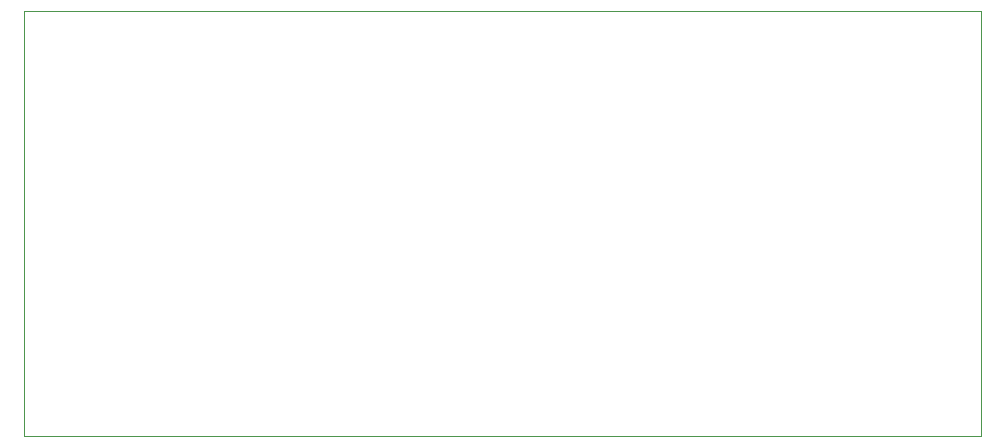
<source format=gbr>
%TF.GenerationSoftware,KiCad,Pcbnew,8.0.4*%
%TF.CreationDate,2024-08-11T19:45:59+02:00*%
%TF.ProjectId,esp32vga-keypad,65737033-3276-4676-912d-6b6579706164,rev?*%
%TF.SameCoordinates,Original*%
%TF.FileFunction,Profile,NP*%
%FSLAX46Y46*%
G04 Gerber Fmt 4.6, Leading zero omitted, Abs format (unit mm)*
G04 Created by KiCad (PCBNEW 8.0.4) date 2024-08-11 19:45:59*
%MOMM*%
%LPD*%
G01*
G04 APERTURE LIST*
%TA.AperFunction,Profile*%
%ADD10C,0.050000*%
%TD*%
G04 APERTURE END LIST*
D10*
X129000000Y-127000000D02*
X129000000Y-91000000D01*
X129000000Y-91000000D02*
X210000000Y-91000000D01*
X210000000Y-127000000D02*
X129000000Y-127000000D01*
X210000000Y-91000000D02*
X210000000Y-127000000D01*
M02*

</source>
